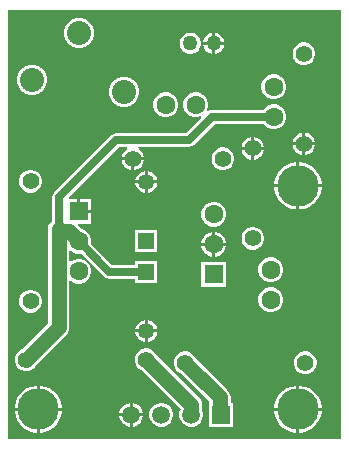
<source format=gbl>
G04*
G04 #@! TF.GenerationSoftware,Altium Limited,Altium Designer,23.7.1 (13)*
G04*
G04 Layer_Physical_Order=2*
G04 Layer_Color=16711680*
%FSLAX25Y25*%
%MOIN*%
G70*
G04*
G04 #@! TF.SameCoordinates,91BF953A-AACC-4089-9385-47863D4E8686*
G04*
G04*
G04 #@! TF.FilePolarity,Positive*
G04*
G01*
G75*
%ADD27C,0.05000*%
%ADD28C,0.05000*%
%ADD30C,0.02500*%
%ADD32R,0.05315X0.05315*%
%ADD33C,0.05315*%
%ADD34R,0.05906X0.05906*%
%ADD35C,0.05906*%
%ADD36C,0.05512*%
%ADD37C,0.06299*%
%ADD38C,0.08000*%
%ADD39C,0.13780*%
%ADD40C,0.06299*%
%ADD41R,0.06299X0.06299*%
G36*
X209500Y358000D02*
X98500D01*
Y501000D01*
X209500D01*
Y358000D01*
D02*
G37*
%LPC*%
G36*
X167500Y493490D02*
Y490500D01*
X170490D01*
X170262Y491351D01*
X169801Y492149D01*
X169149Y492801D01*
X168351Y493261D01*
X167500Y493490D01*
D02*
G37*
G36*
X166500D02*
X165649Y493261D01*
X164851Y492801D01*
X164199Y492149D01*
X163739Y491351D01*
X163511Y490500D01*
X166500D01*
Y493490D01*
D02*
G37*
G36*
X122658Y498500D02*
X121342D01*
X120070Y498159D01*
X118930Y497501D01*
X117999Y496570D01*
X117341Y495430D01*
X117000Y494158D01*
Y492842D01*
X117341Y491570D01*
X117999Y490430D01*
X118930Y489499D01*
X120070Y488841D01*
X121342Y488500D01*
X122658D01*
X123930Y488841D01*
X125070Y489499D01*
X126001Y490430D01*
X126659Y491570D01*
X127000Y492842D01*
Y494158D01*
X126659Y495430D01*
X126001Y496570D01*
X125070Y497501D01*
X123930Y498159D01*
X122658Y498500D01*
D02*
G37*
G36*
X170490Y489500D02*
X167500D01*
Y486511D01*
X168351Y486738D01*
X169149Y487199D01*
X169801Y487851D01*
X170262Y488649D01*
X170490Y489500D01*
D02*
G37*
G36*
X166500D02*
X163511D01*
X163739Y488649D01*
X164199Y487851D01*
X164851Y487199D01*
X165649Y486738D01*
X166500Y486511D01*
Y489500D01*
D02*
G37*
G36*
X159587Y493500D02*
X158665D01*
X157775Y493261D01*
X156977Y492801D01*
X156325Y492149D01*
X155865Y491351D01*
X155626Y490461D01*
Y489539D01*
X155865Y488649D01*
X156325Y487851D01*
X156977Y487199D01*
X157775Y486738D01*
X158665Y486500D01*
X159587D01*
X160477Y486738D01*
X161275Y487199D01*
X161927Y487851D01*
X162388Y488649D01*
X162626Y489539D01*
Y490461D01*
X162388Y491351D01*
X161927Y492149D01*
X161275Y492801D01*
X160477Y493261D01*
X159587Y493500D01*
D02*
G37*
G36*
X197494Y490256D02*
X196505D01*
X195550Y490000D01*
X194694Y489505D01*
X193994Y488806D01*
X193500Y487950D01*
X193244Y486995D01*
Y486005D01*
X193500Y485050D01*
X193994Y484194D01*
X194694Y483495D01*
X195550Y483000D01*
X196505Y482744D01*
X197494D01*
X198450Y483000D01*
X199306Y483495D01*
X200006Y484194D01*
X200500Y485050D01*
X200756Y486005D01*
Y486995D01*
X200500Y487950D01*
X200006Y488806D01*
X199306Y489505D01*
X198450Y490000D01*
X197494Y490256D01*
D02*
G37*
G36*
X107058Y482900D02*
X105742D01*
X104470Y482559D01*
X103330Y481901D01*
X102399Y480970D01*
X101741Y479830D01*
X101400Y478558D01*
Y477242D01*
X101741Y475970D01*
X102399Y474830D01*
X103330Y473899D01*
X104470Y473241D01*
X105742Y472900D01*
X107058D01*
X108330Y473241D01*
X109470Y473899D01*
X110401Y474830D01*
X111059Y475970D01*
X111400Y477242D01*
Y478558D01*
X111059Y479830D01*
X110401Y480970D01*
X109470Y481901D01*
X108330Y482559D01*
X107058Y482900D01*
D02*
G37*
G36*
X187546Y479650D02*
X186454D01*
X185398Y479367D01*
X184452Y478821D01*
X183679Y478048D01*
X183133Y477102D01*
X182850Y476046D01*
Y474954D01*
X183133Y473898D01*
X183679Y472952D01*
X184452Y472180D01*
X185398Y471633D01*
X186454Y471350D01*
X187546D01*
X188602Y471633D01*
X189548Y472180D01*
X190321Y472952D01*
X190867Y473898D01*
X191150Y474954D01*
Y476046D01*
X190867Y477102D01*
X190321Y478048D01*
X189548Y478821D01*
X188602Y479367D01*
X187546Y479650D01*
D02*
G37*
G36*
X137658Y478900D02*
X136342D01*
X135070Y478559D01*
X133930Y477901D01*
X132999Y476970D01*
X132341Y475830D01*
X132000Y474558D01*
Y473242D01*
X132341Y471970D01*
X132999Y470830D01*
X133930Y469899D01*
X135070Y469241D01*
X136342Y468900D01*
X137658D01*
X138930Y469241D01*
X140070Y469899D01*
X141001Y470830D01*
X141659Y471970D01*
X142000Y473242D01*
Y474558D01*
X141659Y475830D01*
X141001Y476970D01*
X140070Y477901D01*
X138930Y478559D01*
X137658Y478900D01*
D02*
G37*
G36*
X151546Y473650D02*
X150454D01*
X149398Y473367D01*
X148452Y472821D01*
X147679Y472048D01*
X147133Y471102D01*
X146850Y470046D01*
Y468954D01*
X147133Y467898D01*
X147679Y466952D01*
X148452Y466180D01*
X149398Y465633D01*
X150454Y465350D01*
X151546D01*
X152602Y465633D01*
X153548Y466180D01*
X154321Y466952D01*
X154867Y467898D01*
X155150Y468954D01*
Y470046D01*
X154867Y471102D01*
X154321Y472048D01*
X153548Y472821D01*
X152602Y473367D01*
X151546Y473650D01*
D02*
G37*
G36*
X161546D02*
X160454D01*
X159398Y473367D01*
X158452Y472821D01*
X157679Y472048D01*
X157133Y471102D01*
X156850Y470046D01*
Y468954D01*
X157133Y467898D01*
X157679Y466952D01*
X158452Y466180D01*
X159398Y465633D01*
X160454Y465350D01*
X161546D01*
X162602Y465633D01*
X162871Y465211D01*
X157710Y460050D01*
X134507D01*
X133629Y459875D01*
X132885Y459378D01*
X113728Y440222D01*
X113231Y439477D01*
X113056Y438599D01*
Y430742D01*
X112774Y430525D01*
X112213Y429794D01*
X111860Y428943D01*
X111740Y428029D01*
Y396732D01*
X102949Y387942D01*
X102194Y387506D01*
X101495Y386806D01*
X101000Y385950D01*
X100744Y384995D01*
Y384005D01*
X101000Y383050D01*
X101495Y382194D01*
X102194Y381494D01*
X103050Y381000D01*
X104006Y380744D01*
X104994D01*
X105950Y381000D01*
X106806Y381494D01*
X107506Y382194D01*
X107941Y382949D01*
X117766Y392774D01*
X118327Y393505D01*
X118680Y394356D01*
X118800Y395270D01*
Y410678D01*
X119262Y410869D01*
X119452Y410679D01*
X120398Y410133D01*
X121454Y409850D01*
X122546D01*
X123602Y410133D01*
X124548Y410679D01*
X125320Y411452D01*
X125867Y412398D01*
X126150Y413454D01*
Y414546D01*
X125867Y415602D01*
X125320Y416548D01*
X124548Y417320D01*
X123602Y417867D01*
X122546Y418150D01*
X121454D01*
X120398Y417867D01*
X119452Y417320D01*
X119262Y417131D01*
X118800Y417322D01*
Y420678D01*
X119262Y420869D01*
X119452Y420680D01*
X120398Y420133D01*
X121454Y419850D01*
X122546D01*
X122829Y419926D01*
X130535Y412220D01*
X131280Y411723D01*
X132158Y411548D01*
X140842D01*
Y410185D01*
X148158D01*
Y417500D01*
X140842D01*
Y416137D01*
X133108D01*
X126074Y423171D01*
X126150Y423454D01*
Y424546D01*
X125867Y425602D01*
X125320Y426548D01*
X124548Y427320D01*
X123602Y427867D01*
X122951Y428041D01*
X121642Y429350D01*
X121849Y429850D01*
X126150D01*
Y433500D01*
X122000D01*
Y434000D01*
X121500D01*
Y438150D01*
X118798D01*
X118607Y438612D01*
X135457Y455462D01*
X138135D01*
X138201Y455376D01*
X138070Y454723D01*
X137694Y454505D01*
X136995Y453806D01*
X136500Y452950D01*
X136246Y452000D01*
X143754D01*
X143500Y452950D01*
X143006Y453806D01*
X142306Y454505D01*
X141930Y454723D01*
X141799Y455376D01*
X141865Y455462D01*
X158660D01*
X159538Y455637D01*
X160282Y456134D01*
X167354Y463206D01*
X183533D01*
X183679Y462952D01*
X184452Y462180D01*
X185398Y461633D01*
X186454Y461350D01*
X187546D01*
X188602Y461633D01*
X189548Y462180D01*
X190321Y462952D01*
X190867Y463898D01*
X191150Y464954D01*
Y466046D01*
X190867Y467102D01*
X190321Y468048D01*
X189548Y468820D01*
X188602Y469367D01*
X187546Y469650D01*
X186454D01*
X185398Y469367D01*
X184452Y468820D01*
X183679Y468048D01*
X183533Y467794D01*
X166404D01*
X165526Y467620D01*
X165131Y467355D01*
X164756Y467706D01*
X164867Y467898D01*
X165150Y468954D01*
Y470046D01*
X164867Y471102D01*
X164321Y472048D01*
X163548Y472821D01*
X162602Y473367D01*
X161546Y473650D01*
D02*
G37*
G36*
X197500Y460254D02*
Y457000D01*
X200754D01*
X200500Y457950D01*
X200006Y458806D01*
X199306Y459506D01*
X198450Y460000D01*
X197500Y460254D01*
D02*
G37*
G36*
X196500D02*
X195550Y460000D01*
X194694Y459506D01*
X193994Y458806D01*
X193500Y457950D01*
X193246Y457000D01*
X196500D01*
Y460254D01*
D02*
G37*
G36*
X180500Y458754D02*
Y455500D01*
X183754D01*
X183500Y456450D01*
X183005Y457306D01*
X182306Y458006D01*
X181450Y458500D01*
X180500Y458754D01*
D02*
G37*
G36*
X179500D02*
X178550Y458500D01*
X177694Y458006D01*
X176995Y457306D01*
X176500Y456450D01*
X176246Y455500D01*
X179500D01*
Y458754D01*
D02*
G37*
G36*
X200754Y456000D02*
X197500D01*
Y452746D01*
X198450Y453000D01*
X199306Y453495D01*
X200006Y454194D01*
X200500Y455050D01*
X200754Y456000D01*
D02*
G37*
G36*
X196500D02*
X193246D01*
X193500Y455050D01*
X193994Y454194D01*
X194694Y453495D01*
X195550Y453000D01*
X196500Y452746D01*
Y456000D01*
D02*
G37*
G36*
X183754Y454500D02*
X180500D01*
Y451246D01*
X181450Y451500D01*
X182306Y451995D01*
X183005Y452694D01*
X183500Y453550D01*
X183754Y454500D01*
D02*
G37*
G36*
X179500D02*
X176246D01*
X176500Y453550D01*
X176995Y452694D01*
X177694Y451995D01*
X178550Y451500D01*
X179500Y451246D01*
Y454500D01*
D02*
G37*
G36*
X143754Y451000D02*
X140500D01*
Y447746D01*
X141450Y448000D01*
X142306Y448494D01*
X143006Y449194D01*
X143500Y450050D01*
X143754Y451000D01*
D02*
G37*
G36*
X139500D02*
X136246D01*
X136500Y450050D01*
X136995Y449194D01*
X137694Y448494D01*
X138550Y448000D01*
X139500Y447746D01*
Y451000D01*
D02*
G37*
G36*
X170494Y455256D02*
X169506D01*
X168550Y455000D01*
X167694Y454505D01*
X166995Y453806D01*
X166500Y452950D01*
X166244Y451995D01*
Y451006D01*
X166500Y450050D01*
X166995Y449194D01*
X167694Y448494D01*
X168550Y448000D01*
X169506Y447744D01*
X170494D01*
X171450Y448000D01*
X172306Y448494D01*
X173005Y449194D01*
X173500Y450050D01*
X173756Y451006D01*
Y451995D01*
X173500Y452950D01*
X173005Y453806D01*
X172306Y454505D01*
X171450Y455000D01*
X170494Y455256D01*
D02*
G37*
G36*
X145000Y447495D02*
Y444343D01*
X148152D01*
X147908Y445254D01*
X147427Y446088D01*
X146746Y446769D01*
X145912Y447251D01*
X145000Y447495D01*
D02*
G37*
G36*
X144000D02*
X143088Y447251D01*
X142254Y446769D01*
X141573Y446088D01*
X141092Y445254D01*
X140848Y444343D01*
X144000D01*
Y447495D01*
D02*
G37*
G36*
X195777Y450390D02*
X195500D01*
Y443000D01*
X202890D01*
Y443277D01*
X202587Y444801D01*
X201992Y446237D01*
X201128Y447529D01*
X200029Y448628D01*
X198737Y449492D01*
X197301Y450087D01*
X195777Y450390D01*
D02*
G37*
G36*
X194500D02*
X194223D01*
X192699Y450087D01*
X191263Y449492D01*
X189971Y448628D01*
X188872Y447529D01*
X188008Y446237D01*
X187413Y444801D01*
X187110Y443277D01*
Y443000D01*
X194500D01*
Y450390D01*
D02*
G37*
G36*
X106388Y447756D02*
X105399D01*
X104444Y447500D01*
X103587Y447006D01*
X102888Y446306D01*
X102394Y445450D01*
X102138Y444494D01*
Y443505D01*
X102394Y442550D01*
X102888Y441694D01*
X103587Y440995D01*
X104444Y440500D01*
X105399Y440244D01*
X106388D01*
X107343Y440500D01*
X108200Y440995D01*
X108899Y441694D01*
X109394Y442550D01*
X109650Y443505D01*
Y444494D01*
X109394Y445450D01*
X108899Y446306D01*
X108200Y447006D01*
X107343Y447500D01*
X106388Y447756D01*
D02*
G37*
G36*
X148152Y443342D02*
X145000D01*
Y440190D01*
X145912Y440434D01*
X146746Y440916D01*
X147427Y441597D01*
X147908Y442431D01*
X148152Y443342D01*
D02*
G37*
G36*
X144000D02*
X140848D01*
X141092Y442431D01*
X141573Y441597D01*
X142254Y440916D01*
X143088Y440434D01*
X144000Y440190D01*
Y443342D01*
D02*
G37*
G36*
X202890Y442000D02*
X195500D01*
Y434610D01*
X195777D01*
X197301Y434913D01*
X198737Y435508D01*
X200029Y436372D01*
X201128Y437471D01*
X201992Y438763D01*
X202587Y440199D01*
X202890Y441723D01*
Y442000D01*
D02*
G37*
G36*
X194500D02*
X187110D01*
Y441723D01*
X187413Y440199D01*
X188008Y438763D01*
X188872Y437471D01*
X189971Y436372D01*
X191263Y435508D01*
X192699Y434913D01*
X194223Y434610D01*
X194500D01*
Y442000D01*
D02*
G37*
G36*
X126150Y438150D02*
X122500D01*
Y434500D01*
X126150D01*
Y438150D01*
D02*
G37*
G36*
X167546Y437150D02*
X166454D01*
X165398Y436867D01*
X164452Y436320D01*
X163680Y435548D01*
X163133Y434602D01*
X162850Y433546D01*
Y432454D01*
X163133Y431398D01*
X163680Y430452D01*
X164452Y429679D01*
X165398Y429133D01*
X166454Y428850D01*
X167546D01*
X168602Y429133D01*
X169548Y429679D01*
X170320Y430452D01*
X170867Y431398D01*
X171150Y432454D01*
Y433546D01*
X170867Y434602D01*
X170320Y435548D01*
X169548Y436320D01*
X168602Y436867D01*
X167546Y437150D01*
D02*
G37*
G36*
Y427150D02*
X167500D01*
Y423500D01*
X171150D01*
Y423546D01*
X170867Y424602D01*
X170320Y425548D01*
X169548Y426321D01*
X168602Y426867D01*
X167546Y427150D01*
D02*
G37*
G36*
X166500D02*
X166454D01*
X165398Y426867D01*
X164452Y426321D01*
X163680Y425548D01*
X163133Y424602D01*
X162850Y423546D01*
Y423500D01*
X166500D01*
Y427150D01*
D02*
G37*
G36*
X180494Y428756D02*
X179506D01*
X178550Y428500D01*
X177694Y428006D01*
X176995Y427306D01*
X176500Y426450D01*
X176244Y425494D01*
Y424506D01*
X176500Y423550D01*
X176995Y422694D01*
X177694Y421994D01*
X178550Y421500D01*
X179506Y421244D01*
X180494D01*
X181450Y421500D01*
X182306Y421994D01*
X183005Y422694D01*
X183500Y423550D01*
X183756Y424506D01*
Y425494D01*
X183500Y426450D01*
X183005Y427306D01*
X182306Y428006D01*
X181450Y428500D01*
X180494Y428756D01*
D02*
G37*
G36*
X148158Y427815D02*
X140842D01*
Y420500D01*
X148158D01*
Y427815D01*
D02*
G37*
G36*
X171150Y422500D02*
X167500D01*
Y418850D01*
X167546D01*
X168602Y419133D01*
X169548Y419679D01*
X170320Y420452D01*
X170867Y421398D01*
X171150Y422454D01*
Y422500D01*
D02*
G37*
G36*
X166500D02*
X162850D01*
Y422454D01*
X163133Y421398D01*
X163680Y420452D01*
X164452Y419679D01*
X165398Y419133D01*
X166454Y418850D01*
X166500D01*
Y422500D01*
D02*
G37*
G36*
X186546Y418650D02*
X185454D01*
X184398Y418367D01*
X183452Y417821D01*
X182679Y417048D01*
X182133Y416102D01*
X181850Y415046D01*
Y413954D01*
X182133Y412898D01*
X182679Y411952D01*
X183452Y411179D01*
X184398Y410633D01*
X185454Y410350D01*
X186546D01*
X187602Y410633D01*
X188548Y411179D01*
X189321Y411952D01*
X189867Y412898D01*
X190150Y413954D01*
Y415046D01*
X189867Y416102D01*
X189321Y417048D01*
X188548Y417821D01*
X187602Y418367D01*
X186546Y418650D01*
D02*
G37*
G36*
X171150Y417150D02*
X162850D01*
Y408850D01*
X171150D01*
Y417150D01*
D02*
G37*
G36*
X186546Y408650D02*
X185454D01*
X184398Y408367D01*
X183452Y407821D01*
X182679Y407048D01*
X182133Y406102D01*
X181850Y405046D01*
Y403954D01*
X182133Y402898D01*
X182679Y401952D01*
X183452Y401180D01*
X184398Y400633D01*
X185454Y400350D01*
X186546D01*
X187602Y400633D01*
X188548Y401180D01*
X189321Y401952D01*
X189867Y402898D01*
X190150Y403954D01*
Y405046D01*
X189867Y406102D01*
X189321Y407048D01*
X188548Y407821D01*
X187602Y408367D01*
X186546Y408650D01*
D02*
G37*
G36*
X106388Y407756D02*
X105399D01*
X104444Y407500D01*
X103587Y407006D01*
X102888Y406306D01*
X102394Y405450D01*
X102138Y404494D01*
Y403506D01*
X102394Y402550D01*
X102888Y401694D01*
X103587Y400994D01*
X104444Y400500D01*
X105399Y400244D01*
X106388D01*
X107343Y400500D01*
X108200Y400994D01*
X108899Y401694D01*
X109394Y402550D01*
X109650Y403506D01*
Y404494D01*
X109394Y405450D01*
X108899Y406306D01*
X108200Y407006D01*
X107343Y407500D01*
X106388Y407756D01*
D02*
G37*
G36*
X145000Y397810D02*
Y394657D01*
X148152D01*
X147908Y395569D01*
X147427Y396403D01*
X146746Y397084D01*
X145912Y397566D01*
X145000Y397810D01*
D02*
G37*
G36*
X144000D02*
X143088Y397566D01*
X142254Y397084D01*
X141573Y396403D01*
X141092Y395569D01*
X140848Y394657D01*
X144000D01*
Y397810D01*
D02*
G37*
G36*
X148152Y393657D02*
X145000D01*
Y390505D01*
X145912Y390749D01*
X146746Y391231D01*
X147427Y391912D01*
X147908Y392746D01*
X148152Y393657D01*
D02*
G37*
G36*
X144000D02*
X140848D01*
X141092Y392746D01*
X141573Y391912D01*
X142254Y391231D01*
X143088Y390749D01*
X144000Y390505D01*
Y393657D01*
D02*
G37*
G36*
X197994Y387256D02*
X197005D01*
X196050Y387000D01*
X195194Y386506D01*
X194494Y385806D01*
X194000Y384950D01*
X193744Y383995D01*
Y383005D01*
X194000Y382050D01*
X194494Y381194D01*
X195194Y380494D01*
X196050Y380000D01*
X197005Y379744D01*
X197994D01*
X198950Y380000D01*
X199806Y380494D01*
X200505Y381194D01*
X201000Y382050D01*
X201256Y383005D01*
Y383995D01*
X201000Y384950D01*
X200505Y385806D01*
X199806Y386506D01*
X198950Y387000D01*
X197994Y387256D01*
D02*
G37*
G36*
X195777Y375890D02*
X195500D01*
Y368500D01*
X202890D01*
Y368777D01*
X202587Y370301D01*
X201992Y371737D01*
X201128Y373029D01*
X200029Y374128D01*
X198737Y374992D01*
X197301Y375587D01*
X195777Y375890D01*
D02*
G37*
G36*
X194500D02*
X194223D01*
X192699Y375587D01*
X191263Y374992D01*
X189971Y374128D01*
X188872Y373029D01*
X188008Y371737D01*
X187413Y370301D01*
X187110Y368777D01*
Y368500D01*
X194500D01*
Y375890D01*
D02*
G37*
G36*
X109277D02*
X109000D01*
Y368500D01*
X116390D01*
Y368777D01*
X116087Y370301D01*
X115492Y371737D01*
X114628Y373029D01*
X113529Y374128D01*
X112237Y374992D01*
X110801Y375587D01*
X109277Y375890D01*
D02*
G37*
G36*
X108000D02*
X107723D01*
X106199Y375587D01*
X104763Y374992D01*
X103471Y374128D01*
X102372Y373029D01*
X101508Y371737D01*
X100913Y370301D01*
X100610Y368777D01*
Y368500D01*
X108000D01*
Y375890D01*
D02*
G37*
G36*
X140020Y370153D02*
X140000D01*
Y366700D01*
X143453D01*
Y366720D01*
X143183Y367726D01*
X142663Y368627D01*
X141927Y369363D01*
X141026Y369883D01*
X140020Y370153D01*
D02*
G37*
G36*
X139000D02*
X138980D01*
X137974Y369883D01*
X137073Y369363D01*
X136337Y368627D01*
X135817Y367726D01*
X135547Y366720D01*
Y366700D01*
X139000D01*
Y370153D01*
D02*
G37*
G36*
X157994Y387256D02*
X157006D01*
X156050Y387000D01*
X155194Y386506D01*
X154495Y385806D01*
X154000Y384950D01*
X153744Y383995D01*
Y383005D01*
X154000Y382050D01*
X154495Y381194D01*
X155194Y380494D01*
X155949Y380059D01*
X165517Y370491D01*
Y366653D01*
X165547Y366423D01*
Y362247D01*
X173453D01*
Y370153D01*
X172577D01*
Y371953D01*
X172457Y372866D01*
X172105Y373718D01*
X171544Y374449D01*
X160942Y385051D01*
X160505Y385806D01*
X159806Y386506D01*
X158950Y387000D01*
X157994Y387256D01*
D02*
G37*
G36*
X144994Y388256D02*
X144006D01*
X143050Y388000D01*
X142194Y387506D01*
X141495Y386806D01*
X141000Y385950D01*
X140744Y384995D01*
Y384005D01*
X141000Y383050D01*
X141495Y382194D01*
X142194Y381494D01*
X142949Y381059D01*
X155970Y368038D01*
Y367991D01*
X155817Y367726D01*
X155547Y366720D01*
Y365680D01*
X155817Y364674D01*
X156337Y363773D01*
X157073Y363037D01*
X157974Y362517D01*
X158980Y362247D01*
X160020D01*
X161026Y362517D01*
X161927Y363037D01*
X162663Y363773D01*
X163183Y364674D01*
X163453Y365680D01*
Y366720D01*
X163183Y367726D01*
X163030Y367991D01*
Y369500D01*
X162910Y370414D01*
X162557Y371265D01*
X161996Y371996D01*
X147942Y386051D01*
X147505Y386806D01*
X146806Y387506D01*
X145950Y388000D01*
X144994Y388256D01*
D02*
G37*
G36*
X150020Y370153D02*
X148980D01*
X147974Y369883D01*
X147073Y369363D01*
X146337Y368627D01*
X145817Y367726D01*
X145547Y366720D01*
Y365680D01*
X145817Y364674D01*
X146337Y363773D01*
X147073Y363037D01*
X147974Y362517D01*
X148980Y362247D01*
X150020D01*
X151026Y362517D01*
X151927Y363037D01*
X152663Y363773D01*
X153183Y364674D01*
X153453Y365680D01*
Y366720D01*
X153183Y367726D01*
X152663Y368627D01*
X151927Y369363D01*
X151026Y369883D01*
X150020Y370153D01*
D02*
G37*
G36*
X143453Y365700D02*
X140000D01*
Y362247D01*
X140020D01*
X141026Y362517D01*
X141927Y363037D01*
X142663Y363773D01*
X143183Y364674D01*
X143453Y365680D01*
Y365700D01*
D02*
G37*
G36*
X139000D02*
X135547D01*
Y365680D01*
X135817Y364674D01*
X136337Y363773D01*
X137073Y363037D01*
X137974Y362517D01*
X138980Y362247D01*
X139000D01*
Y365700D01*
D02*
G37*
G36*
X202890Y367500D02*
X195500D01*
Y360110D01*
X195777D01*
X197301Y360413D01*
X198737Y361008D01*
X200029Y361872D01*
X201128Y362971D01*
X201992Y364263D01*
X202587Y365699D01*
X202890Y367223D01*
Y367500D01*
D02*
G37*
G36*
X194500D02*
X187110D01*
Y367223D01*
X187413Y365699D01*
X188008Y364263D01*
X188872Y362971D01*
X189971Y361872D01*
X191263Y361008D01*
X192699Y360413D01*
X194223Y360110D01*
X194500D01*
Y367500D01*
D02*
G37*
G36*
X116390D02*
X109000D01*
Y360110D01*
X109277D01*
X110801Y360413D01*
X112237Y361008D01*
X113529Y361872D01*
X114628Y362971D01*
X115492Y364263D01*
X116087Y365699D01*
X116390Y367223D01*
Y367500D01*
D02*
G37*
G36*
X108000D02*
X100610D01*
Y367223D01*
X100913Y365699D01*
X101508Y364263D01*
X102372Y362971D01*
X103471Y361872D01*
X104763Y361008D01*
X106199Y360413D01*
X107723Y360110D01*
X108000D01*
Y367500D01*
D02*
G37*
%LPD*%
D27*
X159126Y490000D02*
D03*
X167000D02*
D03*
D28*
X157500Y383500D02*
X169047Y371953D01*
Y366653D02*
Y371953D01*
Y366653D02*
X169500Y366200D01*
X159500D02*
Y369500D01*
X144500Y384500D02*
X159500Y369500D01*
X115270Y395270D02*
Y428029D01*
X117401Y427350D02*
X118650D01*
X122000Y424000D01*
X104500Y384500D02*
X115270Y395270D01*
D30*
X158848Y366852D02*
X159500Y366200D01*
X132158Y413842D02*
X144500D01*
X122000Y424000D02*
X132158Y413842D01*
X115270Y428029D02*
X115996Y428755D01*
X115350Y429401D02*
Y438599D01*
X134507Y457756D01*
X158660D01*
X166404Y465500D01*
X187000D01*
D32*
X144500Y413842D02*
D03*
X144500Y424157D02*
D03*
D33*
Y394158D02*
D03*
X144500Y443843D02*
D03*
D34*
X169500Y366200D02*
D03*
D35*
X159500D02*
D03*
X149500D02*
D03*
X139500D02*
D03*
D36*
X197500Y383500D02*
D03*
X157500D02*
D03*
X104500Y384500D02*
D03*
X144500D02*
D03*
X180000Y425000D02*
D03*
Y455000D02*
D03*
X170000Y451500D02*
D03*
X140000D02*
D03*
X105894Y404000D02*
D03*
Y444000D02*
D03*
X197000Y486500D02*
D03*
Y456500D02*
D03*
D37*
X186000Y404500D02*
D03*
Y414500D02*
D03*
X187000Y465500D02*
D03*
Y475500D02*
D03*
X161000Y469500D02*
D03*
X151000D02*
D03*
D38*
X122000Y493500D02*
D03*
X137000Y473900D02*
D03*
X106400Y477900D02*
D03*
D39*
X108500Y368000D02*
D03*
X195000D02*
D03*
Y442500D02*
D03*
D40*
X167000Y433000D02*
D03*
Y423000D02*
D03*
X122000Y414000D02*
D03*
Y424000D02*
D03*
D41*
X167000Y413000D02*
D03*
X122000Y434000D02*
D03*
M02*

</source>
